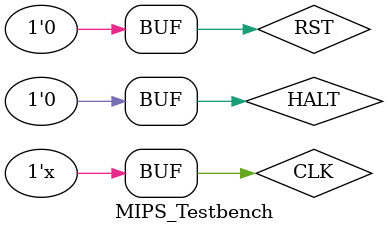
<source format=v>
`timescale 1ns / 1ps


// You can use this skeleton testbench code, the textbook testbench code, or your own
module MIPS_Testbench ();
  reg CLK;
  reg RST;
  reg HALT;
  wire [7:0] r1;

  initial
  begin
    CLK = 0;
  end

  Complete_MIPS u1(CLK,RST,HALT,r1);

  always
  begin
    #5 CLK = !CLK;
  end

  initial
  begin
    #5 RST = 1'b1; //reset the processor

    //Notice that the memory is initialize in the in the memory module not here


    // driving reset low here puts processor in normal operating mode
    #5 RST = 1'b0;
    #5 HALT = 1'b0;

    /* add your testing code here */
    // you can add in a 'Halt' signal here as well to test Halt operation
    // you will be verifying your program operation using the
    // waveform viewer and/or self-checking operations


  end

endmodule


</source>
